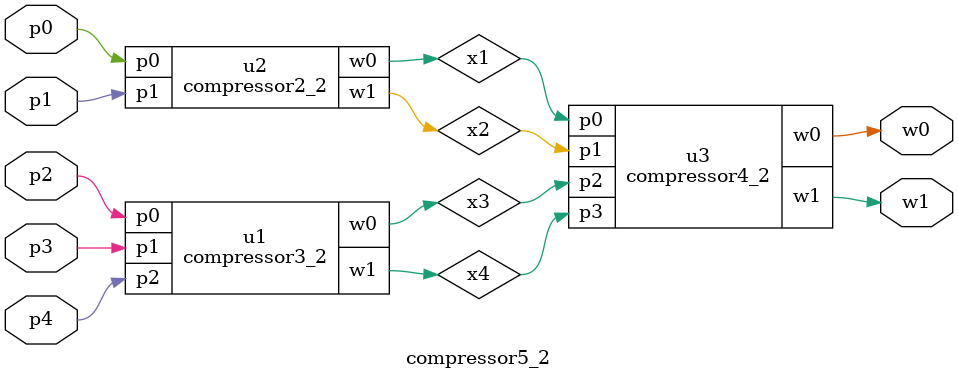
<source format=v>
module compressor5_3ex(input p0,p2,p3,p4,p1, output w1,w2,w3); //  p4,p3,p2,p1,p0, output w3,w2,w1);
    wire a1,a2;
    and u1(a1 , p0 , p1);      //assign a1 = p0 & p1;
    and u2(a2 , p2 , p3);      //assign a2 = p2 & p3;
    or u3(w3 , p0 , p1);       //assign w3 = p0 | p1;
    or u4(w1 , a1 , p2 , p3);  //assign w1 = a1 | p2 | p3;
    or u5(w1 , a2 , p4);       //assign w2 = a2 | p4;
endmodule
module FA(input [2:0]p, output [2:1]w   );  // w[2] = carry ;  w[1] =sum
   xor sum(w[1], p[2],p[1],p[0]);
   wire ab,bc,ca;
   and a1(ab,p[2],p[1]);
   and a2(bc,p[1],p[0]);
   and a3(ca,p[0],p[2]);
   or carry(w[2], ab,bc,ca);
endmodule

module HA(input [1:0]p, output [2:1]w);
    xor sum(w[1],p[0],p[1]);
    and carry(w[2],p[0],p[1]);
endmodule

module compressor2_2(input p1,p0, output w0,w1); //  p2,p1,p0, output w1,w2);
	assign w0=p1^p0;
	assign w1=p0&p1;
endmodule

module compressor3_2(input p2,p1,p0, output w1,w0); //  p2,p1,p0, output w1,w2);
 wire a1;
and u1(a1 , p0 , p1); //assign a1 = p0 & p1;
    or  u2(w1 , a1 , p2);  //assign w2 = a1 | p2;
    or  u3(w0 , p0 , p1); //assign w1 = p0 |p1;
endmodule

module compressor4_2(input p3,p2,p1,p0, output w1,w0);  // p3,p2,p1,p0, output w2,w1);
    wire a1,a2;
assign a1 = p0 & p1;
assign a2 = p2 & p3;
assign w1 = a1 | p2 | p3;
assign w0 = a2 | p0 | p1;
endmodule

module compressor5_3(input p4,p3,p2,p1,p0, output w2,w1,w0); //  p4,p3,p2,p1,p0, output w3,w2,w1);
 wire a1,a2;
 assign a1 = p0 & p1;
 assign a2 = p2 & p3;
 assign w2 = p0 | p1;
 assign w0 = a1 | p2 | p3;
 assign w1 = a2 | p4;
endmodule

module compressor6_3(input p5,p4,p3,p2,p1,p0, output w2,w1,w0);
    wire a1,a2,a3;
    assign a1 = p0 & p1;
    assign a2 = p2 & p3;
    assign a3 = p4 & p5;
    assign w0 = a1 | p2 | p3;
    assign w2 = a2 | p4 | p5;
    assign w1 = a3 | p0 | p1;
endmodule

module compressor7_4(input p6,p5,p4,p3,p2,p1,p0, output w3,w2,w1,w0);
 compressor4_2 u1(.p3(p6),.p2(p5),.p1(p4),.p0(p3),.w1(w3),.w0(w2));
  compressor3_2 u2(.p2(p2),.p1(p1),.p0(p0), .w1(w1),.w0(w0));
endmodule

module compressor8_4(input p7,p6,p5,p4,p3,p2,p1,p0, output w3,w2,w1,w0);
    compressor4_2 u1(.p3(p7),.p2(p6),.p1(p4),.p0(p5),.w1(w3),.w0(w2));
    compressor4_2 u2(.p3(p3),.p2(p2),.p1(p1),.p0(p0),.w1(w1),.w0(w0));
endmodule

module compressor8_2 (input p7,p6,p5,p4,p3,p2,p1,p0, output w1,w0);
	wire x4,x3,x2,x1;

compressor4_2 u1(.p3(p7),.p2(p6),.p1(p4),.p0(p5),.w1(x4),.w0(x3));
compressor4_2 u2(.p3(p3),.p2(p2),.p1(p1),.p0(p0), .w1(x2),.w0(x1));
compressor4_2 u3(.p3(x4),.p2(x3),.p1(x2),.p0(x1), .w1(w1),.w0(w0));

endmodule

module compressor7_2(input p6,p5,p4,p3,p2,p1,p0, output w1,w0);
	wire x4,x3,x2,x1;
    	compressor4_2 u1(.p3(p6),.p2(p5),.p1(p4),.p0(p3),.w1(x4),.w0(x3));
	compressor3_2 u3(.p2(p2),.p1(p1),.p0(p0),.w1(x2),.w0(x1));
	compressor4_2 u2(.p3(x4),.p2(x3),.p1(x2),.p0(x1),.w1(w1),.w0(w0));
	
   
endmodule

module compressor6_2(input p5,p4,p3,p2,p1,p0, output w1,w0);
	wire x4,x3,x2,x1;
compressor3_2 u1(.p2(p5),.p1(p4),.p0(p3),.w1(x4),.w0(x3));
compressor3_2 u2(.p2(p2),.p1(p1),.p0(p0),.w1(x2),.w0(x1));
compressor4_2 u3(.p3(x4),.p2(x3),.p1(x2),.p0(x1), .w1(w1),.w0(w0));
	
   
endmodule

module compressor5_2(input p4,p3,p2,p1,p0, output w1,w0);
	wire x4,x3,x2,x1;
    	compressor3_2 u1(.p2(p4),.p1(p3),.p0(p2),.w1(x4),.w0(x3));
	compressor2_2 u2(.p1(p1),.p0(p0), .w1(x2),.w0(x1));
	compressor4_2 u3(.p3(x4),.p2(x3),.p1(x2),.p0(x1), .w1(w1),.w0(w0));
	
   
endmodule

</source>
